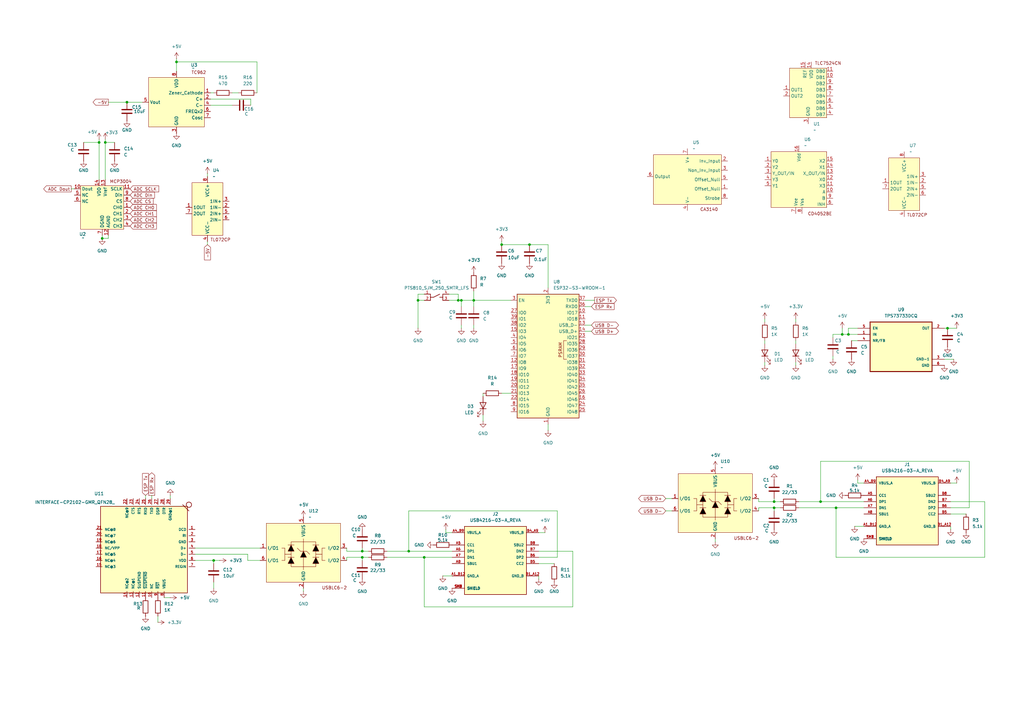
<source format=kicad_sch>
(kicad_sch (version 20250114) (generator "eeschema") (generator_version "9.0")
  (paper "A3")
  (junction (at 345.44 137.16))
  (junction (at 148.59 226.06))
  (junction (at 317.5 208.28))
  (junction (at 388.62 134.62))
  (junction (at 87.63 229.87))
  (junction (at 189.23 123.19))
  (junction (at 194.31 123.19))
  (junction (at 43.18 58.42))
  (junction (at 217.17 100.33))
  (junction (at 173.99 228.6))
  (junction (at 40.64 58.42))
  (junction (at 148.59 228.6))
  (junction (at 52.07 41.91))
  (junction (at 205.74 100.33))
  (junction (at 171.45 123.19))
  (junction (at 187.96 123.19))
  (junction (at 336.55 205.74))
  (junction (at 342.9 208.28))
  (junction (at 167.64 226.06))
  (junction (at 72.39 25.4))
  (junction (at 347.98 137.16))
  (junction (at 317.5 205.74))
  (junction (at 41.91 97.79))
  (wire (pts (xy 273.05 209.55) (xy 275.59 209.55)))
  (wire (pts (xy 41.91 97.79) (xy 44.45 97.79)))
  (wire (pts (xy 205.74 100.33) (xy 217.17 100.33)))
  (wire (pts (xy 388.62 134.62) (xy 387.35 134.62)))
  (wire (pts (xy 86.36 40.64) (xy 102.87 40.64)))
  (wire (pts (xy 173.99 248.92) (xy 173.99 228.6)))
  (wire (pts (xy 187.96 120.65) (xy 187.96 123.19)))
  (wire (pts (xy 347.98 134.62) (xy 347.98 137.16)))
  (wire (pts (xy 220.98 218.44) (xy 223.52 218.44)))
  (wire (pts (xy 189.23 133.35) (xy 189.23 134.62)))
  (wire (pts (xy 40.64 57.15) (xy 40.64 58.42)))
  (wire (pts (xy 347.98 137.16) (xy 351.79 137.16)))
  (wire (pts (xy 327.66 208.28) (xy 342.9 208.28)))
  (wire (pts (xy 349.25 139.7) (xy 351.79 139.7)))
  (wire (pts (xy 205.74 161.29) (xy 209.55 161.29)))
  (wire (pts (xy 327.66 205.74) (xy 336.55 205.74)))
  (wire (pts (xy 171.45 123.19) (xy 171.45 134.62)))
  (wire (pts (xy 124.46 242.57) (xy 124.46 241.3)))
  (wire (pts (xy 387.35 147.32) (xy 391.16 147.32)))
  (wire (pts (xy 194.31 123.19) (xy 194.31 125.73)))
  (wire (pts (xy 198.12 161.29) (xy 198.12 162.56)))
  (wire (pts (xy 317.5 204.47) (xy 317.5 205.74)))
  (wire (pts (xy 101.6 227.33) (xy 80.01 227.33)))
  (wire (pts (xy 41.91 97.79) (xy 41.91 96.52)))
  (wire (pts (xy 326.39 139.7) (xy 326.39 140.97)))
  (wire (pts (xy 205.74 99.06) (xy 205.74 100.33)))
  (wire (pts (xy 173.99 228.6) (xy 185.42 228.6)))
  (wire (pts (xy 397.51 208.28) (xy 397.51 189.23)))
  (wire (pts (xy 148.59 228.6) (xy 151.13 228.6)))
  (wire (pts (xy 85.09 71.12) (xy 85.09 72.39)))
  (wire (pts (xy 87.63 229.87) (xy 90.17 229.87)))
  (wire (pts (xy 148.59 226.06) (xy 151.13 226.06)))
  (wire (pts (xy 72.39 24.13) (xy 72.39 25.4)))
  (wire (pts (xy 95.25 38.1) (xy 97.79 38.1)))
  (wire (pts (xy 224.79 118.11) (xy 224.79 100.33)))
  (wire (pts (xy 403.86 228.6) (xy 342.9 228.6)))
  (wire (pts (xy 142.24 226.06) (xy 142.24 224.79)))
  (wire (pts (xy 228.6 228.6) (xy 228.6 209.55)))
  (wire (pts (xy 389.89 198.12) (xy 392.43 198.12)))
  (wire (pts (xy 341.63 146.05) (xy 341.63 147.32)))
  (wire (pts (xy 313.69 132.08) (xy 313.69 130.81)))
  (wire (pts (xy 313.69 140.97) (xy 313.69 139.7)))
  (wire (pts (xy 44.45 96.52) (xy 44.45 97.79)))
  (wire (pts (xy 234.95 248.92) (xy 173.99 248.92)))
  (wire (pts (xy 217.17 100.33) (xy 224.79 100.33)))
  (wire (pts (xy 158.75 228.6) (xy 173.99 228.6)))
  (wire (pts (xy 80.01 224.79) (xy 106.68 224.79)))
  (wire (pts (xy 198.12 170.18) (xy 198.12 172.72)))
  (wire (pts (xy 389.89 217.17) (xy 389.89 215.9)))
  (wire (pts (xy 43.18 58.42) (xy 46.99 58.42)))
  (wire (pts (xy 311.15 205.74) (xy 317.5 205.74)))
  (wire (pts (xy 311.15 205.74) (xy 311.15 204.47)))
  (wire (pts (xy 182.88 217.17) (xy 182.88 218.44)))
  (wire (pts (xy 242.57 125.73) (xy 240.03 125.73)))
  (wire (pts (xy 148.59 224.79) (xy 148.59 226.06)))
  (wire (pts (xy 194.31 123.19) (xy 209.55 123.19)))
  (wire (pts (xy 341.63 138.43) (xy 341.63 137.16)))
  (wire (pts (xy 95.25 43.18) (xy 86.36 43.18)))
  (wire (pts (xy 403.86 205.74) (xy 389.89 205.74)))
  (wire (pts (xy 72.39 25.4) (xy 72.39 29.21)))
  (wire (pts (xy 224.79 173.99) (xy 224.79 176.53)))
  (wire (pts (xy 64.77 255.27) (xy 64.77 252.73)))
  (wire (pts (xy 243.84 123.19) (xy 240.03 123.19)))
  (wire (pts (xy 389.89 208.28) (xy 397.51 208.28)))
  (wire (pts (xy 345.44 134.62) (xy 345.44 137.16)))
  (wire (pts (xy 342.9 208.28) (xy 354.33 208.28)))
  (wire (pts (xy 52.07 41.91) (xy 58.42 41.91)))
  (wire (pts (xy 142.24 228.6) (xy 148.59 228.6)))
  (wire (pts (xy 142.24 226.06) (xy 148.59 226.06)))
  (wire (pts (xy 101.6 229.87) (xy 106.68 229.87)))
  (wire (pts (xy 69.85 245.11) (xy 67.31 245.11)))
  (wire (pts (xy 44.45 41.91) (xy 52.07 41.91)))
  (wire (pts (xy 43.18 58.42) (xy 43.18 73.66)))
  (wire (pts (xy 311.15 208.28) (xy 317.5 208.28)))
  (wire (pts (xy 350.52 215.9) (xy 354.33 215.9)))
  (wire (pts (xy 317.5 208.28) (xy 320.04 208.28)))
  (wire (pts (xy 234.95 226.06) (xy 220.98 226.06)))
  (wire (pts (xy 187.96 123.19) (xy 189.23 123.19)))
  (wire (pts (xy 59.69 203.2) (xy 59.69 204.47)))
  (wire (pts (xy 392.43 134.62) (xy 388.62 134.62)))
  (wire (pts (xy 184.15 123.19) (xy 187.96 123.19)))
  (wire (pts (xy 317.5 205.74) (xy 320.04 205.74)))
  (wire (pts (xy 184.15 120.65) (xy 187.96 120.65)))
  (wire (pts (xy 240.03 133.35) (xy 242.57 133.35)))
  (wire (pts (xy 142.24 228.6) (xy 142.24 229.87)))
  (wire (pts (xy 40.64 58.42) (xy 40.64 73.66)))
  (wire (pts (xy 101.6 229.87) (xy 101.6 227.33)))
  (wire (pts (xy 167.64 209.55) (xy 167.64 226.06)))
  (wire (pts (xy 87.63 38.1) (xy 86.36 38.1)))
  (wire (pts (xy 189.23 123.19) (xy 194.31 123.19)))
  (wire (pts (xy 34.29 58.42) (xy 40.64 58.42)))
  (wire (pts (xy 397.51 189.23) (xy 336.55 189.23)))
  (wire (pts (xy 351.79 134.62) (xy 347.98 134.62)))
  (wire (pts (xy 345.44 137.16) (xy 347.98 137.16)))
  (wire (pts (xy 234.95 248.92) (xy 234.95 226.06)))
  (wire (pts (xy 341.63 137.16) (xy 345.44 137.16)))
  (wire (pts (xy 182.88 218.44) (xy 185.42 218.44)))
  (wire (pts (xy 220.98 231.14) (xy 227.33 231.14)))
  (wire (pts (xy 43.18 57.15) (xy 43.18 58.42)))
  (wire (pts (xy 194.31 134.62) (xy 194.31 133.35)))
  (wire (pts (xy 326.39 148.59) (xy 326.39 149.86)))
  (wire (pts (xy 351.79 198.12) (xy 354.33 198.12)))
  (wire (pts (xy 326.39 130.81) (xy 326.39 132.08)))
  (wire (pts (xy 313.69 149.86) (xy 313.69 148.59)))
  (wire (pts (xy 29.21 77.47) (xy 30.48 77.47)))
  (wire (pts (xy 351.79 196.85) (xy 351.79 198.12)))
  (wire (pts (xy 167.64 226.06) (xy 185.42 226.06)))
  (wire (pts (xy 228.6 209.55) (xy 167.64 209.55)))
  (wire (pts (xy 403.86 228.6) (xy 403.86 205.74)))
  (wire (pts (xy 273.05 204.47) (xy 275.59 204.47)))
  (wire (pts (xy 293.37 222.25) (xy 293.37 220.98)))
  (wire (pts (xy 72.39 25.4) (xy 105.41 25.4)))
  (wire (pts (xy 158.75 226.06) (xy 167.64 226.06)))
  (wire (pts (xy 342.9 228.6) (xy 342.9 208.28)))
  (wire (pts (xy 336.55 205.74) (xy 354.33 205.74)))
  (wire (pts (xy 171.45 120.65) (xy 171.45 123.19)))
  (wire (pts (xy 220.98 237.49) (xy 220.98 236.22)))
  (wire (pts (xy 62.23 203.2) (xy 62.23 204.47)))
  (wire (pts (xy 102.87 40.64) (xy 102.87 43.18)))
  (wire (pts (xy 317.5 208.28) (xy 317.5 209.55)))
  (wire (pts (xy 87.63 238.76) (xy 87.63 241.3)))
  (wire (pts (xy 311.15 208.28) (xy 311.15 209.55)))
  (wire (pts (xy 171.45 123.19) (xy 173.99 123.19)))
  (wire (pts (xy 173.99 120.65) (xy 171.45 120.65)))
  (wire (pts (xy 85.09 100.33) (xy 85.09 99.06)))
  (wire (pts (xy 194.31 119.38) (xy 194.31 123.19)))
  (wire (pts (xy 105.41 25.4) (xy 105.41 38.1)))
  (wire (pts (xy 336.55 189.23) (xy 336.55 205.74)))
  (wire (pts (xy 69.85 203.2) (xy 69.85 204.47)))
  (wire (pts (xy 240.03 135.89) (xy 242.57 135.89)))
  (wire (pts (xy 80.01 229.87) (xy 87.63 229.87)))
  (wire (pts (xy 189.23 123.19) (xy 189.23 125.73)))
  (wire (pts (xy 389.89 210.82) (xy 396.24 210.82)))
  (wire (pts (xy 87.63 229.87) (xy 87.63 231.14)))
  (wire (pts (xy 148.59 228.6) (xy 148.59 229.87)))
  (wire (pts (xy 220.98 228.6) (xy 228.6 228.6)))
  (wire (pts (xy 181.61 236.22) (xy 185.42 236.22)))
  (global_label "USB D+" (shape bidirectional) (at 242.57 135.89 0) (property "Intersheetrefs" "${INTERSHEET_REFS}" (effects (hide yes))))
  (global_label "USB D+" (shape bidirectional) (at 273.05 204.47 180) (property "Intersheetrefs" "${INTERSHEET_REFS}" (effects (hide yes))))
  (global_label "-5V" (shape output) (at 44.45 41.91 180) (property "Intersheetrefs" "${INTERSHEET_REFS}" (effects (hide yes))))
  (global_label "ADC Din" (shape input) (at 53.34 80.01 0) (property "Intersheetrefs" "${INTERSHEET_REFS}" (effects (hide yes))))
  (global_label "-5V" (shape input) (at 85.09 100.33 270) (property "Intersheetrefs" "${INTERSHEET_REFS}" (effects (hide yes))))
  (global_label "USB D-" (shape bidirectional) (at 273.05 209.55 180) (property "Intersheetrefs" "${INTERSHEET_REFS}" (effects (hide yes))))
  (global_label "ADC CH3" (shape input) (at 53.34 92.71 0) (property "Intersheetrefs" "${INTERSHEET_REFS}" (effects (hide yes))))
  (global_label "ESP Tx" (shape input) (at 59.69 203.2 90) (property "Intersheetrefs" "${INTERSHEET_REFS}" (effects (hide yes))))
  (global_label "ADC Dout" (shape output) (at 29.21 77.47 180) (property "Intersheetrefs" "${INTERSHEET_REFS}" (effects (hide yes))))
  (global_label "ADC CS" (shape input) (at 53.34 82.55 0) (property "Intersheetrefs" "${INTERSHEET_REFS}" (effects (hide yes))))
  (global_label "ESP Rx" (shape output) (at 62.23 203.2 90) (property "Intersheetrefs" "${INTERSHEET_REFS}" (effects (hide yes))))
  (global_label "ESP Tx" (shape output) (at 243.84 123.19 0) (property "Intersheetrefs" "${INTERSHEET_REFS}" (effects (hide yes))))
  (global_label "USB D-" (shape bidirectional) (at 242.57 133.35 0) (property "Intersheetrefs" "${INTERSHEET_REFS}" (effects (hide yes))))
  (global_label "ADC CH0" (shape input) (at 53.34 85.09 0) (property "Intersheetrefs" "${INTERSHEET_REFS}" (effects (hide yes))))
  (global_label "ADC CH1" (shape input) (at 53.34 87.63 0) (property "Intersheetrefs" "${INTERSHEET_REFS}" (effects (hide yes))))
  (global_label "ADC CH2" (shape input) (at 53.34 90.17 0) (property "Intersheetrefs" "${INTERSHEET_REFS}" (effects (hide yes))))
  (global_label "ADC SCLK" (shape input) (at 53.34 77.47 0) (property "Intersheetrefs" "${INTERSHEET_REFS}" (effects (hide yes))))
  (global_label "ESP Rx" (shape input) (at 242.57 125.73 0) (property "Intersheetrefs" "${INTERSHEET_REFS}" (effects (hide yes))))
  (symbol (lib_id "Device:C") (at 205.74 104.14 0) (unit 1)
    (property "Reference" "C6" (at 208.28 102.87 0) (effects (justify left)))
    (property "Value" "10uF" (at 208.28 105.664 0) (effects (justify left)))
    (property "Description" "Unpolarized capacitor" (effects (hide yes)))
  )
  (symbol (lib_id "power:GND") (at 317.5 217.17 0) (unit 1)
    (property "Reference" "#PWR05" (effects (hide yes)))
    (property "Value" "GND" (at 317.5 222.25 0))
    (property "Description" "Power symbol creates a global label with name \"GND\" , ground" (effects (hide yes)))
  )
  (symbol (lib_id "Device:R") (at 64.77 248.92 0) (unit 1)
    (property "Reference" "R12" (at 67.31 247.6499 0) (effects (justify left)))
    (property "Value" "1K" (at 67.31 250.1899 0) (effects (justify left)))
    (property "Description" "Resistor" (effects (hide yes)))
  )
  (symbol (lib_id "power:+5V") (at 313.69 130.81 0) (unit 1)
    (property "Reference" "#PWR017" (effects (hide yes)))
    (property "Value" "+5V" (at 313.69 125.73 0))
    (property "Description" "Power symbol creates a global label with name \"+5V\"" (effects (hide yes)))
  )
  (symbol (lib_id "power:GND") (at 349.25 147.32 0) (unit 1)
    (property "Reference" "#PWR016" (effects (hide yes)))
    (property "Value" "GND" (at 349.25 152.4 0))
    (property "Description" "Power symbol creates a global label with name \"GND\" , ground" (effects (hide yes)))
  )
  (symbol (lib_id "CustomSymbols:MCP3004") (at 41.91 74.93 0) (unit 1)
    (property "Reference" "U2" (at 32.512 96.012 0) (effects (justify left)))
    (property "Value" "~" (at 33.528 97.536 0) (effects (justify left)))
  )
  (symbol (lib_id "TPS73733DCQ:TPS73733DCQ") (at 369.57 142.24 0) (unit 1)
    (property "Reference" "U9" (at 369.57 127 0))
    (property "Value" "TPS73733DCQ" (at 369.57 129.54 0))
    (property "Footprint" "TPS73733DCQ:SOT127P706X180-6N" (effects (hide yes)))
    (property "MF" "Texas Instruments" (effects (hide yes)))
    (property "Description_1" "1A ultra-low-dropout voltage regulator with reverse current protection and enable" (effects (hide yes)))
    (property "Package" "SOT-223-6 Texas Instruments" (effects (hide yes)))
    (property "Price" "None" (effects (hide yes)))
    (property "SnapEDA_Link" "https://www.snapeda.com/parts/TPS73733DCQ/Texas+Instruments/view-part/?ref=snap" (effects (hide yes)))
    (property "MP" "TPS73733DCQ" (effects (hide yes)))
    (property "Availability" "In Stock" (effects (hide yes)))
    (property "Check_prices" "https://www.snapeda.com/parts/TPS73733DCQ/Texas+Instruments/view-part/?ref=eda" (effects (hide yes)))
  )
  (symbol (lib_id "Device:R") (at 323.85 208.28 270) (unit 1)
    (property "Reference" "R2" (at 323.85 211.328 90))
    (property "Value" "22/33" (at 323.85 213.614 90))
    (property "Description" "Resistor" (effects (hide yes)))
  )
  (symbol (lib_id "power:GND") (at 87.63 241.3 0) (unit 1)
    (property "Reference" "#PWR048" (effects (hide yes)))
    (property "Value" "GND" (at 87.63 246.38 0))
    (property "Description" "Power symbol creates a global label with name \"GND\" , ground" (effects (hide yes)))
  )
  (symbol (lib_id "Amplifier_Operational_Renesas:CA3140A") (at 284.48 63.5 0) (unit 1)
    (property "Reference" "U5" (at 284.0833 58.42 0) (effects (justify left)))
    (property "Value" "~" (at 284.0833 60.96 0) (effects (justify left)))
  )
  (symbol (lib_id "Device:C") (at 148.59 220.98 0) (unit 1)
    (property "Reference" "C10" (at 144.018 217.17 0) (effects (justify left)))
    (property "Value" "C" (at 144.526 219.71 0) (effects (justify left)))
    (property "Description" "Unpolarized capacitor" (effects (hide yes)))
  )
  (symbol (lib_id "Device:R") (at 154.94 226.06 90) (unit 1)
    (property "Reference" "R8" (at 154.94 219.71 90))
    (property "Value" "22/33" (at 154.94 222.25 90))
    (property "Description" "Resistor" (effects (hide yes)))
  )
  (symbol (lib_id "RF_Module:ESP32-S3-WROOM-1") (at 224.79 146.05 0) (unit 1)
    (property "Reference" "U8" (at 226.9333 115.57 0) (effects (justify left)))
    (property "Value" "ESP32-S3-WROOM-1" (at 226.9333 118.11 0) (effects (justify left)))
    (property "Footprint" "RF_Module:ESP32-S3-WROOM-1" (effects (hide yes)))
    (property "Datasheet" "https://www.espressif.com/sites/default/files/documentation/esp32-s3-wroom-1_wroom-1u_datasheet_en.pdf" (effects (hide yes)))
    (property "Description" "RF Module, ESP32-S3 SoC, Wi-Fi 802.11b/g/n, Bluetooth, BLE, 32-bit, 3.3V, onboard antenna, SMD" (effects (hide yes)))
  )
  (symbol (lib_id "power:+5V") (at 85.09 71.12 0) (unit 1)
    (property "Reference" "#PWR056" (effects (hide yes)))
    (property "Value" "+5V" (at 85.09 66.04 0))
    (property "Description" "Power symbol creates a global label with name \"+5V\"" (effects (hide yes)))
  )
  (symbol (lib_id "power:GND") (at 391.16 147.32 0) (unit 1)
    (property "Reference" "#PWR013" (effects (hide yes)))
    (property "Value" "GND" (at 391.16 152.4 0))
    (property "Description" "Power symbol creates a global label with name \"GND\" , ground" (effects (hide yes)))
  )
  (symbol (lib_id "power:+3.3V") (at 64.77 255.27 270) (unit 1)
    (property "Reference" "#PWR045" (effects (hide yes)))
    (property "Value" "+3.3V" (at 68.58 255.2699 90) (effects (justify left)))
    (property "Description" "Power symbol creates a global label with name \"+3.3V\"" (effects (hide yes)))
  )
  (symbol (lib_id "Amplifier_Operational_TI:TL072CP") (at 83.82 73.66 0) (unit 1)
    (property "Reference" "U4" (at 87.2333 69.85 0) (effects (justify left)))
    (property "Value" "~" (at 87.2333 72.39 0) (effects (justify left)))
  )
  (symbol (lib_id "power:+5V") (at 182.88 217.17 0) (unit 1)
    (property "Reference" "#PWR038" (effects (hide yes)))
    (property "Value" "+5V" (at 182.88 212.09 0))
    (property "Description" "Power symbol creates a global label with name \"+5V\"" (effects (hide yes)))
  )
  (symbol (lib_id "Device:R") (at 181.61 223.52 90) (unit 1)
    (property "Reference" "R10" (at 181.61 219.456 90))
    (property "Value" "5.1k" (at 181.61 221.488 90))
    (property "Description" "Resistor" (effects (hide yes)))
  )
  (symbol (lib_id "power:GND") (at 72.39 54.61 0) (unit 1)
    (property "Reference" "#PWR055" (effects (hide yes)))
    (property "Value" "GND" (at 72.39 59.69 0))
    (property "Description" "Power symbol creates a global label with name \"GND\" , ground" (effects (hide yes)))
  )
  (symbol (lib_id "INTERFACE-CP2102-GMR_QFN28_:INTERFACE-CP2102-GMR_QFN28_") (at 59.69 224.79 0) (mirror y) (unit 1)
    (property "Reference" "U11" (at 40.64 202.438 0))
    (property "Value" "INTERFACE-CP2102-GMR_QFN28_" (at 30.734 205.994 0))
    (property "Footprint" "INTERFACE-CP2102-GMR_QFN28_:QFN28G_0.5-5X5MM" (effects (hide yes)))
    (property "MF" "Silicon Labs" (effects (hide yes)))
    (property "Description_1" "USB Bridge, USB to UART USB 2.0 UART Interface 28-QFN (5x5)" (effects (hide yes)))
    (property "Package" "VFQFN-28 Silicon Labs" (effects (hide yes)))
    (property "MPN" "CP2102-GMR" (effects (hide yes)))
    (property "Price" "None" (effects (hide yes)))
    (property "SnapEDA_Link" "https://www.snapeda.com/parts/CP2102-GMR/Silicon+Labs/view-part/?ref=snap" (effects (hide yes)))
    (property "MP" "CP2102-GMR" (effects (hide yes)))
    (property "Availability" "In Stock" (effects (hide yes)))
    (property "Check_prices" "https://www.snapeda.com/parts/CP2102-GMR/Silicon+Labs/view-part/?ref=eda" (effects (hide yes)))
  )
  (symbol (lib_id "power:GND") (at 194.31 134.62 0) (unit 1)
    (property "Reference" "#PWR026" (effects (hide yes)))
    (property "Value" "GND" (at 194.31 139.7 0))
    (property "Description" "Power symbol creates a global label with name \"GND\" , ground" (effects (hide yes)))
  )
  (symbol (lib_id "Amplifier_Operational_TI:TL072CP") (at 369.57 63.5 0) (unit 1)
    (property "Reference" "U7" (at 372.9833 59.69 0) (effects (justify left)))
    (property "Value" "~" (at 372.9833 62.23 0) (effects (justify left)))
  )
  (symbol (lib_id "power:+5V") (at 223.52 218.44 0) (unit 1)
    (property "Reference" "#PWR041" (effects (hide yes)))
    (property "Value" "+5V" (at 223.52 213.36 0))
    (property "Description" "Power symbol creates a global label with name \"+5V\"" (effects (hide yes)))
  )
  (symbol (lib_id "power:GND") (at 205.74 107.95 0) (unit 1)
    (property "Reference" "#PWR022" (effects (hide yes)))
    (property "Value" "GND" (at 205.74 113.03 0))
    (property "Description" "Power symbol creates a global label with name \"GND\" , ground" (effects (hide yes)))
  )
  (symbol (lib_id "Device:C") (at 341.63 142.24 0) (unit 1)
    (property "Reference" "C3" (at 342.392 139.7 0) (effects (justify left)))
    (property "Value" "C" (at 342.9 144.272 0) (effects (justify left)))
    (property "Description" "Unpolarized capacitor" (effects (hide yes)))
  )
  (symbol (lib_id "DAC_TI_TLC7524CN:TLC7524CN") (at 328.93 29.21 0) (unit 1)
    (property "Reference" "U1" (at 333.6133 50.8 0) (effects (justify left)))
    (property "Value" "~" (at 333.6133 53.34 0) (effects (justify left)))
  )
  (symbol (lib_id "Device:C") (at 46.99 62.23 0) (unit 1)
    (property "Reference" "C14" (at 50.8 60.9599 0) (effects (justify left)))
    (property "Value" "C" (at 50.8 63.4999 0) (effects (justify left)))
    (property "Description" "Unpolarized capacitor" (effects (hide yes)))
  )
  (symbol (lib_id "power:+3.3V") (at 326.39 130.81 0) (unit 1)
    (property "Reference" "#PWR020" (effects (hide yes)))
    (property "Value" "+3.3V" (at 326.39 125.73 0))
    (property "Description" "Power symbol creates a global label with name \"+3.3V\"" (effects (hide yes)))
  )
  (symbol (lib_id "power:GND") (at 293.37 222.25 0) (unit 1)
    (property "Reference" "#PWR030" (effects (hide yes)))
    (property "Value" "GND" (at 293.37 227.33 0))
    (property "Description" "Power symbol creates a global label with name \"GND\" , ground" (effects (hide yes)))
  )
  (symbol (lib_id "ESD_Protection_STM:USBLC-2") (at 130.81 219.71 0) (unit 1)
    (property "Reference" "U12" (at 126.6033 209.55 0) (effects (justify left)))
    (property "Value" "~" (at 126.6033 212.09 0) (effects (justify left)))
  )
  (symbol (lib_id "power:GND") (at 350.52 215.9 0) (unit 1)
    (property "Reference" "#PWR02" (effects (hide yes)))
    (property "Value" "GND" (at 350.52 220.98 0))
    (property "Description" "Power symbol creates a global label with name \"GND\" , ground" (effects (hide yes)))
  )
  (symbol (lib_id "Device:C") (at 87.63 234.95 0) (unit 1)
    (property "Reference" "C12" (at 91.44 233.6799 0) (effects (justify left)))
    (property "Value" "10uF" (at 91.44 236.2199 0) (effects (justify left)))
    (property "Description" "Unpolarized capacitor" (effects (hide yes)))
  )
  (symbol (lib_id "power:GND") (at 69.85 203.2 180) (unit 1)
    (property "Reference" "#PWR047" (effects (hide yes)))
    (property "Value" "GND" (at 69.85 198.12 0))
    (property "Description" "Power symbol creates a global label with name \"GND\" , ground" (effects (hide yes)))
  )
  (symbol (lib_id "Device:R") (at 227.33 234.95 0) (unit 1)
    (property "Reference" "R11" (at 229.87 233.6799 0) (effects (justify left)))
    (property "Value" "5.1k" (at 229.87 236.2199 0) (effects (justify left)))
    (property "Description" "Resistor" (effects (hide yes)))
  )
  (symbol (lib_id "Device:R") (at 59.69 248.92 0) (unit 1)
    (property "Reference" "R13" (at 54.61 247.65 0) (effects (justify left)))
    (property "Value" "R" (at 56.134 249.428 0) (effects (justify left)))
    (property "Description" "Resistor" (effects (hide yes)))
  )
  (symbol (lib_id "Device:C") (at 317.5 200.66 0) (unit 1)
    (property "Reference" "C1" (at 312.928 196.85 0) (effects (justify left)))
    (property "Value" "C" (at 313.436 199.39 0) (effects (justify left)))
    (property "Description" "Unpolarized capacitor" (effects (hide yes)))
  )
  (symbol (lib_id "Device:R") (at 201.93 161.29 90) (unit 1)
    (property "Reference" "R14" (at 201.93 154.94 90))
    (property "Value" "R" (at 201.93 157.48 90))
    (property "Description" "Resistor" (effects (hide yes)))
  )
  (symbol (lib_id "Device:LED") (at 198.12 166.37 270) (mirror x) (unit 1)
    (property "Reference" "D3" (at 194.31 166.6874 90) (effects (justify right)))
    (property "Value" "LED" (at 194.31 169.2274 90) (effects (justify right)))
    (property "Description" "Light emitting diode" (effects (hide yes)))
    (property "Sim.Pins" "1=K 2=A" (effects (hide yes)))
  )
  (symbol (lib_id "USB4216-03-A_REVA:USB4216-03-A_REVA") (at 203.2 228.6 0) (unit 1)
    (property "Reference" "J2" (at 203.2 210.82 0))
    (property "Value" "USB4216-03-A_REVA" (at 203.2 213.36 0))
    (property "Footprint" "USB4216-03-A_REVA:GCT_USB4216-03-A_REVA" (effects (hide yes)))
    (property "MF" "Global Connector Technology" (effects (hide yes)))
    (property "MAXIMUM_PACKAGE_HEIGHT" "3.16mm" (effects (hide yes)))
    (property "Package" "None" (effects (hide yes)))
    (property "Price" "None" (effects (hide yes)))
    (property "Check_prices" "https://www.snapeda.com/parts/USB4216-03-A/Global+Connector+Technology/view-part/?ref=eda" (effects (hide yes)))
    (property "STANDARD" "Manufacturer Recommendations" (effects (hide yes)))
    (property "PARTREV" "A" (effects (hide yes)))
    (property "SnapEDA_Link" "https://www.snapeda.com/parts/USB4216-03-A/Global+Connector+Technology/view-part/?ref=snap" (effects (hide yes)))
    (property "MP" "USB4216-03-A" (effects (hide yes)))
    (property "Description_1" "Type C USB 2.0 Connector" (effects (hide yes)))
    (property "MANUFACTURER" "Global Connector Technology" (effects (hide yes)))
    (property "Availability" "In Stock" (effects (hide yes)))
    (property "SNAPEDA_PN" "USB4216-03-A" (effects (hide yes)))
  )
  (symbol (lib_id "power:GND") (at 224.79 176.53 0) (unit 1)
    (property "Reference" "#PWR021" (effects (hide yes)))
    (property "Value" "GND" (at 224.79 181.61 0))
    (property "Description" "Power symbol creates a global label with name \"GND\" , ground" (effects (hide yes)))
  )
  (symbol (lib_id "power:GND") (at 59.69 252.73 0) (unit 1)
    (property "Reference" "#PWR046" (effects (hide yes)))
    (property "Value" "GND" (at 59.69 257.81 0))
    (property "Description" "Power symbol creates a global label with name \"GND\" , ground" (effects (hide yes)))
  )
  (symbol (lib_id "power:GND") (at 189.23 134.62 0) (unit 1)
    (property "Reference" "#PWR027" (effects (hide yes)))
    (property "Value" "GND" (at 189.23 139.7 0))
    (property "Description" "Power symbol creates a global label with name \"GND\" , ground" (effects (hide yes)))
  )
  (symbol (lib_id "Device:C") (at 349.25 143.51 0) (unit 1)
    (property "Reference" "C5" (at 353.06 142.2399 0) (effects (justify left)))
    (property "Value" "C" (at 353.06 144.7799 0) (effects (justify left)))
    (property "Description" "Unpolarized capacitor" (effects (hide yes)))
  )
  (symbol (lib_id "Device:C") (at 217.17 104.14 0) (unit 1)
    (property "Reference" "C7" (at 219.71 102.87 0) (effects (justify left)))
    (property "Value" "0.1uF" (at 218.948 106.426 0) (effects (justify left)))
    (property "Description" "Unpolarized capacitor" (effects (hide yes)))
  )
  (symbol (lib_id "power:GND") (at 227.33 238.76 0) (unit 1)
    (property "Reference" "#PWR042" (effects (hide yes)))
    (property "Value" "GND" (at 227.33 242.57 0))
    (property "Description" "Power symbol creates a global label with name \"GND\" , ground" (effects (hide yes)))
  )
  (symbol (lib_id "power:GND") (at 341.63 147.32 0) (unit 1)
    (property "Reference" "#PWR011" (effects (hide yes)))
    (property "Value" "GND" (at 341.63 152.4 0))
    (property "Description" "Power symbol creates a global label with name \"GND\" , ground" (effects (hide yes)))
  )
  (symbol (lib_id "power:GND") (at 388.62 142.24 0) (unit 1)
    (property "Reference" "#PWR015" (effects (hide yes)))
    (property "Value" "GND" (at 388.62 145.796 0))
    (property "Description" "Power symbol creates a global label with name \"GND\" , ground" (effects (hide yes)))
  )
  (symbol (lib_id "power:GND") (at 41.91 97.79 0) (unit 1)
    (property "Reference" "#PWR053" (effects (hide yes)))
    (property "Value" "GND" (at 41.91 102.87 0))
    (property "Description" "Power symbol creates a global label with name \"GND\" , ground" (effects (hide yes)))
  )
  (symbol (lib_id "Device:R") (at 154.94 228.6 270) (unit 1)
    (property "Reference" "R9" (at 154.94 231.648 90))
    (property "Value" "22/33" (at 154.94 233.934 90))
    (property "Description" "Resistor" (effects (hide yes)))
  )
  (symbol (lib_id "power:GND") (at 52.07 49.53 0) (unit 1)
    (property "Reference" "#PWR057" (effects (hide yes)))
    (property "Value" "GND" (at 52.07 53.34 0))
    (property "Description" "Power symbol creates a global label with name \"GND\" , ground" (effects (hide yes)))
  )
  (symbol (lib_id "power:+5V") (at 345.44 134.62 0) (unit 1)
    (property "Reference" "#PWR010" (effects (hide yes)))
    (property "Value" "+5V" (at 345.44 129.54 0))
    (property "Description" "Power symbol creates a global label with name \"+5V\"" (effects (hide yes)))
  )
  (symbol (lib_id "power:GND") (at 124.46 242.57 0) (unit 1)
    (property "Reference" "#PWR033" (effects (hide yes)))
    (property "Value" "GND" (at 124.46 247.65 0))
    (property "Description" "Power symbol creates a global label with name \"GND\" , ground" (effects (hide yes)))
  )
  (symbol (lib_id "power:GND") (at 148.59 217.17 180) (unit 1)
    (property "Reference" "#PWR034" (effects (hide yes)))
    (property "Value" "GND" (at 148.59 212.09 0))
    (property "Description" "Power symbol creates a global label with name \"GND\" , ground" (effects (hide yes)))
  )
  (symbol (lib_id "power:+5V") (at 351.79 196.85 0) (unit 1)
    (property "Reference" "#PWR01" (effects (hide yes)))
    (property "Value" "+5V" (at 351.79 191.77 0))
    (property "Description" "Power symbol creates a global label with name \"+5V\"" (effects (hide yes)))
  )
  (symbol (lib_id "Device:C") (at 148.59 233.68 0) (unit 1)
    (property "Reference" "C11" (at 144.018 235.966 0) (effects (justify left)))
    (property "Value" "C" (at 144.78 237.998 0) (effects (justify left)))
    (property "Description" "Unpolarized capacitor" (effects (hide yes)))
  )
  (symbol (lib_id "power:+5V") (at 72.39 24.13 0) (unit 1)
    (property "Reference" "#PWR054" (effects (hide yes)))
    (property "Value" "+5V" (at 72.39 19.05 0))
    (property "Description" "Power symbol creates a global label with name \"+5V\"" (effects (hide yes)))
  )
  (symbol (lib_id "Device:R") (at 323.85 205.74 90) (unit 1)
    (property "Reference" "R1" (at 323.85 199.39 90))
    (property "Value" "22/33" (at 323.85 201.93 90))
    (property "Description" "Resistor" (effects (hide yes)))
  )
  (symbol (lib_id "power:GND") (at 46.99 66.04 0) (unit 1)
    (property "Reference" "#PWR052" (effects (hide yes)))
    (property "Value" "GND" (at 46.99 69.85 0))
    (property "Description" "Power symbol creates a global label with name \"GND\" , ground" (effects (hide yes)))
  )
  (symbol (lib_id "power:+3V3") (at 90.17 229.87 270) (unit 1)
    (property "Reference" "#PWR043" (effects (hide yes)))
    (property "Value" "+3V3" (at 93.98 229.8699 90) (effects (justify left)))
    (property "Description" "Power symbol creates a global label with name \"+3V3\"" (effects (hide yes)))
  )
  (symbol (lib_id "power:GND") (at 171.45 134.62 0) (unit 1)
    (property "Reference" "#PWR028" (effects (hide yes)))
    (property "Value" "GND" (at 171.45 139.7 0))
    (property "Description" "Power symbol creates a global label with name \"GND\" , ground" (effects (hide yes)))
  )
  (symbol (lib_id "power:GND") (at 198.12 172.72 0) (unit 1)
    (property "Reference" "#PWR031" (effects (hide yes)))
    (property "Value" "GND" (at 198.12 177.8 0))
    (property "Description" "Power symbol creates a global label with name \"GND\" , ground" (effects (hide yes)))
  )
  (symbol (lib_id "power:GND") (at 313.69 149.86 0) (unit 1)
    (property "Reference" "#PWR018" (effects (hide yes)))
    (property "Value" "GND" (at 313.69 154.94 0))
    (property "Description" "Power symbol creates a global label with name \"GND\" , ground" (effects (hide yes)))
  )
  (symbol (lib_id "Device:LED") (at 326.39 144.78 90) (unit 1)
    (property "Reference" "D2" (at 330.2 145.0974 90) (effects (justify right)))
    (property "Value" "LED" (at 330.2 147.6374 90) (effects (justify right)))
    (property "Description" "Light emitting diode" (effects (hide yes)))
    (property "Sim.Pins" "1=K 2=A" (effects (hide yes)))
  )
  (symbol (lib_id "power:GND") (at 389.89 217.17 0) (unit 1)
    (property "Reference" "#PWR03" (effects (hide yes)))
    (property "Value" "GND" (at 389.89 222.25 0))
    (property "Description" "Power symbol creates a global label with name \"GND\" , ground" (effects (hide yes)))
  )
  (symbol (lib_id "power:+5V") (at 293.37 191.77 0) (unit 1)
    (property "Reference" "#PWR029" (effects (hide yes)))
    (property "Value" "+5V" (at 293.37 186.69 0))
    (property "Description" "Power symbol creates a global label with name \"+5V\"" (effects (hide yes)))
  )
  (symbol (lib_id "power:GND") (at 148.59 237.49 0) (unit 1)
    (property "Reference" "#PWR035" (effects (hide yes)))
    (property "Value" "GND" (at 148.59 242.57 0))
    (property "Description" "Power symbol creates a global label with name \"GND\" , ground" (effects (hide yes)))
  )
  (symbol (lib_id "Device:C") (at 189.23 129.54 0) (unit 1)
    (property "Reference" "C9" (at 184.15 128.016 0) (effects (justify left)))
    (property "Value" "C" (at 184.15 130.302 0) (effects (justify left)))
    (property "Description" "Unpolarized capacitor" (effects (hide yes)))
  )
  (symbol (lib_id "ESD_Protection_STM:USBLC-2") (at 299.72 199.39 0) (unit 1)
    (property "Reference" "U10" (at 295.5133 189.23 0) (effects (justify left)))
    (property "Value" "~" (at 295.5133 191.77 0) (effects (justify left)))
  )
  (symbol (lib_id "power:GND") (at 34.29 66.04 0) (unit 1)
    (property "Reference" "#PWR050" (effects (hide yes)))
    (property "Value" "GND" (at 34.29 69.85 0))
    (property "Description" "Power symbol creates a global label with name \"GND\" , ground" (effects (hide yes)))
  )
  (symbol (lib_id "power:+3V3") (at 205.74 99.06 0) (unit 1)
    (property "Reference" "#PWR024" (effects (hide yes)))
    (property "Value" "+3V3" (at 205.74 93.98 0))
    (property "Description" "Power symbol creates a global label with name \"+3V3\"" (effects (hide yes)))
  )
  (symbol (lib_id "power:GND") (at 317.5 196.85 180) (unit 1)
    (property "Reference" "#PWR04" (effects (hide yes)))
    (property "Value" "GND" (at 317.5 191.77 0))
    (property "Description" "Power symbol creates a global label with name \"GND\" , ground" (effects (hide yes)))
  )
  (symbol (lib_id "Device:R") (at 101.6 38.1 90) (unit 1)
    (property "Reference" "R16" (at 101.6 31.75 90))
    (property "Value" "220" (at 101.6 34.29 90))
    (property "Description" "Resistor" (effects (hide yes)))
  )
  (symbol (lib_id "PTS810_SJM_250_SMTR_LFS:PTS810_SJM_250_SMTR_LFS") (at 179.07 120.65 0) (unit 1)
    (property "Reference" "SW1" (at 179.07 115.57 0))
    (property "Value" "PTS810_SJM_250_SMTR_LFS" (at 179.07 118.11 0))
    (property "Footprint" "PTS810_SJM_250_SMTR_LFS:SW_PTS810_SJM_250_SMTR_LFS" (effects (hide yes)))
    (property "MF" "C&K" (effects (hide yes)))
    (property "Description_1" "Tactile Switch SPST-NO Top Actuated Surface Mount" (effects (hide yes)))
    (property "Package" "None" (effects (hide yes)))
    (property "Price" "None" (effects (hide yes)))
    (property "Check_prices" "https://www.snapeda.com/parts/PTS810%20SJM%20250%20SMTR%20LFS/C%2526K/view-part/?ref=eda" (effects (hide yes)))
    (property "STANDARD" "Manufacturer Recommendations" (effects (hide yes)))
    (property "SnapEDA_Link" "https://www.snapeda.com/parts/PTS810%20SJM%20250%20SMTR%20LFS/C%2526K/view-part/?ref=snap" (effects (hide yes)))
    (property "MP" "PTS810 SJM 250 SMTR LFS" (effects (hide yes)))
    (property "Availability" "In Stock" (effects (hide yes)))
    (property "MANUFACTURER" "CnK" (effects (hide yes)))
  )
  (symbol (lib_id "power:GND") (at 396.24 218.44 0) (unit 1)
    (property "Reference" "#PWR07" (effects (hide yes)))
    (property "Value" "GND" (at 396.24 222.25 0))
    (property "Description" "Power symbol creates a global label with name \"GND\" , ground" (effects (hide yes)))
  )
  (symbol (lib_id "power:GND") (at 217.17 107.95 0) (unit 1)
    (property "Reference" "#PWR023" (effects (hide yes)))
    (property "Value" "GND" (at 217.17 113.03 0))
    (property "Description" "Power symbol creates a global label with name \"GND\" , ground" (effects (hide yes)))
  )
  (symbol (lib_id "power:GND") (at 387.35 149.86 0) (unit 1)
    (property "Reference" "#PWR012" (effects (hide yes)))
    (property "Value" "GND" (at 387.35 154.94 0))
    (property "Description" "Power symbol creates a global label with name \"GND\" , ground" (effects (hide yes)))
  )
  (symbol (lib_id "Device:R") (at 313.69 135.89 0) (unit 1)
    (property "Reference" "R5" (at 316.23 134.6199 0) (effects (justify left)))
    (property "Value" "1K" (at 316.23 137.1599 0) (effects (justify left)))
    (property "Description" "Resistor" (effects (hide yes)))
  )
  (symbol (lib_id "Device:R") (at 396.24 214.63 0) (unit 1)
    (property "Reference" "R3" (at 398.78 213.3599 0) (effects (justify left)))
    (property "Value" "5.1k" (at 398.78 215.8999 0) (effects (justify left)))
    (property "Description" "Resistor" (effects (hide yes)))
  )
  (symbol (lib_id "power:GND") (at 181.61 236.22 0) (unit 1)
    (property "Reference" "#PWR037" (effects (hide yes)))
    (property "Value" "GND" (at 181.61 241.3 0))
    (property "Description" "Power symbol creates a global label with name \"GND\" , ground" (effects (hide yes)))
  )
  (symbol (lib_id "Converter_DCDC_Microchip:TC962") (at 77.47 39.37 0) (unit 1)
    (property "Reference" "U3" (at 78.232 26.67 0) (effects (justify left)))
    (property "Value" "~" (at 78.74 27.94 0) (effects (justify left)))
  )
  (symbol (lib_id "power:+3V3") (at 392.43 134.62 0) (unit 1)
    (property "Reference" "#PWR014" (effects (hide yes)))
    (property "Value" "+3V3" (at 392.43 129.54 0))
    (property "Description" "Power symbol creates a global label with name \"+3V3\"" (effects (hide yes)))
  )
  (symbol (lib_id "Device:C") (at 52.07 45.72 0) (unit 1)
    (property "Reference" "C15" (at 54.102 43.942 0) (effects (justify left)))
    (property "Value" "10uF" (at 54.864 45.72 0) (effects (justify left)))
    (property "Description" "Unpolarized capacitor" (effects (hide yes)))
  )
  (symbol (lib_id "power:+5V") (at 124.46 212.09 0) (unit 1)
    (property "Reference" "#PWR032" (effects (hide yes)))
    (property "Value" "+5V" (at 124.46 207.01 0))
    (property "Description" "Power symbol creates a global label with name \"+5V\"" (effects (hide yes)))
  )
  (symbol (lib_id "power:GND") (at 326.39 149.86 0) (unit 1)
    (property "Reference" "#PWR019" (effects (hide yes)))
    (property "Value" "GND" (at 326.39 154.94 0))
    (property "Description" "Power symbol creates a global label with name \"GND\" , ground" (effects (hide yes)))
  )
  (symbol (lib_id "Mux_Demux_TI:CD4052BE") (at 326.39 62.23 0) (unit 1)
    (property "Reference" "U6" (at 329.8033 57.15 0) (effects (justify left)))
    (property "Value" "~" (at 329.8033 59.69 0) (effects (justify left)))
  )
  (symbol (lib_id "Device:R") (at 350.52 203.2 90) (unit 1)
    (property "Reference" "R4" (at 350.52 199.136 90))
    (property "Value" "5.1k" (at 350.52 201.168 90))
    (property "Description" "Resistor" (effects (hide yes)))
  )
  (symbol (lib_id "Device:C") (at 99.06 43.18 90) (unit 1)
    (property "Reference" "C16" (at 102.108 44.704 90))
    (property "Value" "C" (at 101.092 46.736 90))
    (property "Description" "Unpolarized capacitor" (effects (hide yes)))
  )
  (symbol (lib_id "Device:C") (at 317.5 213.36 0) (unit 1)
    (property "Reference" "C2" (at 312.928 215.646 0) (effects (justify left)))
    (property "Value" "C" (at 313.69 217.678 0) (effects (justify left)))
    (property "Description" "Unpolarized capacitor" (effects (hide yes)))
  )
  (symbol (lib_id "power:GND") (at 354.33 220.98 0) (unit 1)
    (property "Reference" "#PWR08" (effects (hide yes)))
    (property "Value" "GND" (at 354.33 226.06 0))
    (property "Description" "Power symbol creates a global label with name \"GND\" , ground" (effects (hide yes)))
  )
  (symbol (lib_id "power:GND") (at 220.98 237.49 0) (unit 1)
    (property "Reference" "#PWR040" (effects (hide yes)))
    (property "Value" "GND" (at 220.98 242.57 0))
    (property "Description" "Power symbol creates a global label with name \"GND\" , ground" (effects (hide yes)))
  )
  (symbol (lib_id "power:GND") (at 185.42 241.3 0) (unit 1)
    (property "Reference" "#PWR039" (effects (hide yes)))
    (property "Value" "GND" (at 185.42 246.38 0))
    (property "Description" "Power symbol creates a global label with name \"GND\" , ground" (effects (hide yes)))
  )
  (symbol (lib_id "power:GND") (at 177.8 223.52 270) (unit 1)
    (property "Reference" "#PWR036" (effects (hide yes)))
    (property "Value" "GND" (at 173.99 223.5199 90) (effects (justify right)))
    (property "Description" "Power symbol creates a global label with name \"GND\" , ground" (effects (hide yes)))
  )
  (symbol (lib_id "Device:LED") (at 313.69 144.78 90) (unit 1)
    (property "Reference" "D1" (at 317.5 145.0974 90) (effects (justify right)))
    (property "Value" "LED" (at 317.5 147.6374 90) (effects (justify right)))
    (property "Description" "Light emitting diode" (effects (hide yes)))
    (property "Sim.Pins" "1=K 2=A" (effects (hide yes)))
  )
  (symbol (lib_id "Device:R") (at 91.44 38.1 90) (unit 1)
    (property "Reference" "R15" (at 91.44 31.75 90))
    (property "Value" "470" (at 91.44 34.29 90))
    (property "Description" "Resistor" (effects (hide yes)))
  )
  (symbol (lib_id "power:+5V") (at 40.64 57.15 0) (unit 1)
    (property "Reference" "#PWR049" (effects (hide yes)))
    (property "Value" "+5V" (at 37.846 54.102 0))
    (property "Description" "Power symbol creates a global label with name \"+5V\"" (effects (hide yes)))
  )
  (symbol (lib_id "USB4216-03-A_REVA:USB4216-03-A_REVA") (at 372.11 208.28 0) (unit 1)
    (property "Reference" "J1" (at 372.11 190.5 0))
    (property "Value" "USB4216-03-A_REVA" (at 372.11 193.04 0))
    (property "Footprint" "USB4216-03-A_REVA:GCT_USB4216-03-A_REVA" (effects (hide yes)))
    (property "MF" "Global Connector Technology" (effects (hide yes)))
    (property "MAXIMUM_PACKAGE_HEIGHT" "3.16mm" (effects (hide yes)))
    (property "Package" "None" (effects (hide yes)))
    (property "Price" "None" (effects (hide yes)))
    (property "Check_prices" "https://www.snapeda.com/parts/USB4216-03-A/Global+Connector+Technology/view-part/?ref=eda" (effects (hide yes)))
    (property "STANDARD" "Manufacturer Recommendations" (effects (hide yes)))
    (property "PARTREV" "A" (effects (hide yes)))
    (property "SnapEDA_Link" "https://www.snapeda.com/parts/USB4216-03-A/Global+Connector+Technology/view-part/?ref=snap" (effects (hide yes)))
    (property "MP" "USB4216-03-A" (effects (hide yes)))
    (property "Description_1" "Type C USB 2.0 Connector" (effects (hide yes)))
    (property "MANUFACTURER" "Global Connector Technology" (effects (hide yes)))
    (property "Availability" "In Stock" (effects (hide yes)))
    (property "SNAPEDA_PN" "USB4216-03-A" (effects (hide yes)))
  )
  (symbol (lib_id "power:+3V3") (at 43.18 57.15 0) (unit 1)
    (property "Reference" "#PWR051" (effects (hide yes)))
    (property "Value" "+3V3" (at 45.72 54.356 0))
    (property "Description" "Power symbol creates a global label with name \"+3V3\"" (effects (hide yes)))
  )
  (symbol (lib_id "power:+5V") (at 69.85 245.11 270) (unit 1)
    (property "Reference" "#PWR044" (effects (hide yes)))
    (property "Value" "+5V" (at 73.66 245.1099 90) (effects (justify left)))
    (property "Description" "Power symbol creates a global label with name \"+5V\"" (effects (hide yes)))
  )
  (symbol (lib_id "Device:R") (at 326.39 135.89 0) (unit 1)
    (property "Reference" "R6" (at 328.93 134.6199 0) (effects (justify left)))
    (property "Value" "1K" (at 328.93 137.1599 0) (effects (justify left)))
    (property "Description" "Resistor" (effects (hide yes)))
  )
  (symbol (lib_id "power:+5V") (at 392.43 198.12 0) (unit 1)
    (property "Reference" "#PWR09" (effects (hide yes)))
    (property "Value" "+5V" (at 392.43 193.04 0))
    (property "Description" "Power symbol creates a global label with name \"+5V\"" (effects (hide yes)))
  )
  (symbol (lib_id "Device:C") (at 34.29 62.23 0) (unit 1)
    (property "Reference" "C13" (at 27.686 59.436 0) (effects (justify left)))
    (property "Value" "C" (at 28.956 61.468 0) (effects (justify left)))
    (property "Description" "Unpolarized capacitor" (effects (hide yes)))
  )
  (symbol (lib_id "Device:C") (at 388.62 138.43 0) (unit 1)
    (property "Reference" "C4" (at 392.43 137.1599 0) (effects (justify left)))
    (property "Value" "C" (at 392.43 139.6999 0) (effects (justify left)))
    (property "Description" "Unpolarized capacitor" (effects (hide yes)))
  )
  (symbol (lib_id "Device:C") (at 194.31 129.54 0) (unit 1)
    (property "Reference" "C8" (at 198.12 128.2699 0) (effects (justify left)))
    (property "Value" "C" (at 198.12 130.8099 0) (effects (justify left)))
    (property "Description" "Unpolarized capacitor" (effects (hide yes)))
  )
  (symbol (lib_id "power:+3V3") (at 194.31 111.76 0) (unit 1)
    (property "Reference" "#PWR025" (effects (hide yes)))
    (property "Value" "+3V3" (at 194.31 106.68 0))
    (property "Description" "Power symbol creates a global label with name \"+3V3\"" (effects (hide yes)))
  )
  (symbol (lib_id "power:GND") (at 346.71 203.2 270) (unit 1)
    (property "Reference" "#PWR06" (effects (hide yes)))
    (property "Value" "GND" (at 342.9 203.1999 90) (effects (justify right)))
    (property "Description" "Power symbol creates a global label with name \"GND\" , ground" (effects (hide yes)))
  )
  (symbol (lib_id "Device:R") (at 194.31 115.57 0) (unit 1)
    (property "Reference" "R7" (at 196.85 114.2999 0) (effects (justify left)))
    (property "Value" "R" (at 196.85 116.8399 0) (effects (justify left)))
    (property "Description" "Resistor" (effects (hide yes)))
  )
)
</source>
